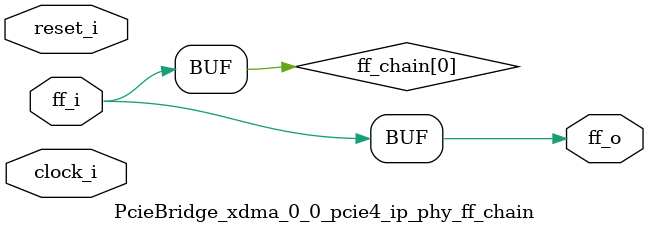
<source format=v>
/*****************************************************************************
** Description:
**    Flop Chain
**
******************************************************************************/

`timescale 1ps/1ps

`define AS_PHYREG(clk, reset, q, d, rstval)  \
   always @(posedge clk or posedge reset) begin \
      if (reset) \
         q  <= #(TCQ)   rstval;  \
      else  \
         q  <= #(TCQ)   d; \
   end

`define PHYREG(clk, reset, q, d, rstval)  \
   always @(posedge clk) begin \
      if (reset) \
         q  <= #(TCQ)   rstval;  \
      else  \
         q  <= #(TCQ)   d; \
   end

(* DowngradeIPIdentifiedWarnings = "yes" *)
module PcieBridge_xdma_0_0_pcie4_ip_phy_ff_chain #(
   // Parameters
   parameter integer PIPELINE_STAGES   = 0,        // 0 = no pipeline; 1 = 1 stage; 2 = 2 stages; 3 = 3 stages
   parameter         ASYNC             = "FALSE",
   parameter integer FF_WIDTH          = 1,
   parameter integer RST_VAL           = 0,
   parameter integer TCQ               = 1
)  (   
   input  wire                         clock_i,          
   input  wire                         reset_i,           
   input  wire [FF_WIDTH-1:0]          ff_i,            
   output wire [FF_WIDTH-1:0]          ff_o        
   );

   genvar   var_i;

   reg   [FF_WIDTH-1:0]          ff_chain [PIPELINE_STAGES:0];

   always @(*) ff_chain[0] = ff_i;

generate
   if (PIPELINE_STAGES > 0) begin:  with_ff_chain
      for (var_i = 0; var_i < PIPELINE_STAGES; var_i = var_i + 1) begin: ff_chain_gen
         if (ASYNC == "TRUE") begin: async_rst
            `AS_PHYREG(clock_i, reset_i, ff_chain[var_i+1], ff_chain[var_i], RST_VAL)
         end else begin: sync_rst
            `PHYREG(clock_i, reset_i, ff_chain[var_i+1], ff_chain[var_i], RST_VAL)
         end
      end
   end
endgenerate

   assign ff_o = ff_chain[PIPELINE_STAGES];

endmodule

</source>
